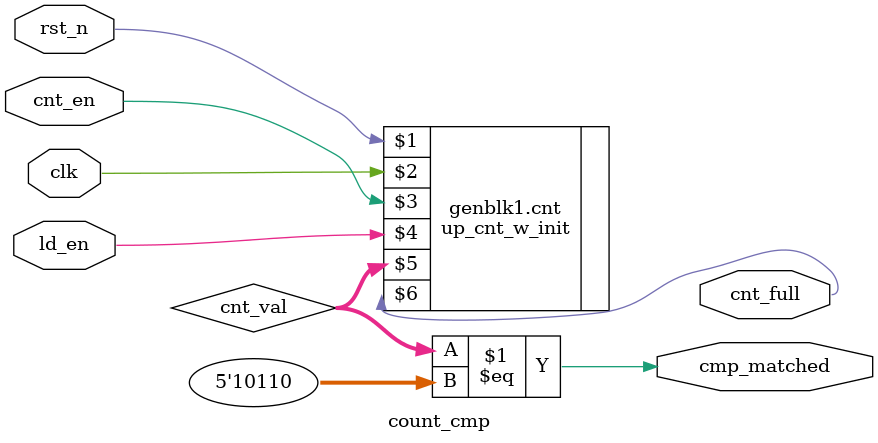
<source format=v>
`timescale 1ns / 1ps

module count_cmp
#(
  parameter RSTVAL=23,
  parameter MAXVAL=23,
  parameter LEN =5,
  parameter CMPVAL =22,
  parameter mode =0 // upcount
) (
	 input rst_n
	,input clk
	,input cnt_en
	,input ld_en
	,output cnt_full
	,output cmp_matched
);
wire [LEN-1:0] cnt_val;
generate
	if(mode == 0)
	begin
		up_cnt_w_init #(RSTVAL,MAXVAL,LEN)
		cnt(rst_n,clk,cnt_en,ld_en,cnt_val,cnt_full);
	end
endgenerate
assign cmp_matched =(cnt_val==CMPVAL) ;
endmodule     	
</source>
